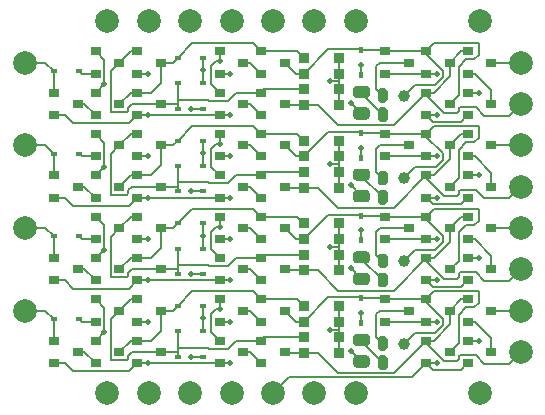
<source format=gtl>
G04 #@! TF.GenerationSoftware,KiCad,Pcbnew,(5.1.9)-1*
G04 #@! TF.CreationDate,2022-08-31T17:37:08+02:00*
G04 #@! TF.ProjectId,Edge_dff,45646765-5f64-4666-962e-6b696361645f,rev?*
G04 #@! TF.SameCoordinates,Original*
G04 #@! TF.FileFunction,Copper,L1,Top*
G04 #@! TF.FilePolarity,Positive*
%FSLAX46Y46*%
G04 Gerber Fmt 4.6, Leading zero omitted, Abs format (unit mm)*
G04 Created by KiCad (PCBNEW (5.1.9)-1) date 2022-08-31 17:37:08*
%MOMM*%
%LPD*%
G01*
G04 APERTURE LIST*
G04 #@! TA.AperFunction,SMDPad,CuDef*
%ADD10C,1.000000*%
G04 #@! TD*
G04 #@! TA.AperFunction,ComponentPad*
%ADD11C,2.000000*%
G04 #@! TD*
G04 #@! TA.AperFunction,SMDPad,CuDef*
%ADD12R,0.900000X0.900000*%
G04 #@! TD*
G04 #@! TA.AperFunction,SMDPad,CuDef*
%ADD13R,0.900000X0.800000*%
G04 #@! TD*
G04 #@! TA.AperFunction,SMDPad,CuDef*
%ADD14R,0.450000X0.600000*%
G04 #@! TD*
G04 #@! TA.AperFunction,SMDPad,CuDef*
%ADD15R,0.600000X0.450000*%
G04 #@! TD*
G04 #@! TA.AperFunction,ViaPad*
%ADD16C,0.500000*%
G04 #@! TD*
G04 #@! TA.AperFunction,Conductor*
%ADD17C,0.157000*%
G04 #@! TD*
G04 APERTURE END LIST*
D10*
G04 #@! TO.P,TP504,1*
G04 #@! TO.N,/three/Q0*
X144100000Y-93800000D03*
G04 #@! TD*
D11*
G04 #@! TO.P,TP503,1*
G04 #@! TO.N,/three/Q0'*
X154000000Y-94500000D03*
G04 #@! TD*
G04 #@! TO.P,TP502,1*
G04 #@! TO.N,/three/B0'*
X154000000Y-91000000D03*
G04 #@! TD*
G04 #@! TO.P,TP501,1*
G04 #@! TO.N,/three/B0*
X112000000Y-91000000D03*
G04 #@! TD*
D10*
G04 #@! TO.P,TP404,1*
G04 #@! TO.N,/two/Q0*
X144100000Y-100800000D03*
G04 #@! TD*
D11*
G04 #@! TO.P,TP403,1*
G04 #@! TO.N,/two/Q0'*
X154000000Y-101500000D03*
G04 #@! TD*
G04 #@! TO.P,TP402,1*
G04 #@! TO.N,/two/B0'*
X154000000Y-98000000D03*
G04 #@! TD*
G04 #@! TO.P,TP401,1*
G04 #@! TO.N,/two/B0*
X112000000Y-98000000D03*
G04 #@! TD*
D10*
G04 #@! TO.P,TP304,1*
G04 #@! TO.N,/one/Q0*
X144100000Y-107800000D03*
G04 #@! TD*
D11*
G04 #@! TO.P,TP303,1*
G04 #@! TO.N,/one/Q0'*
X154000000Y-108500000D03*
G04 #@! TD*
G04 #@! TO.P,TP302,1*
G04 #@! TO.N,/one/B0'*
X154000000Y-105000000D03*
G04 #@! TD*
G04 #@! TO.P,TP301,1*
G04 #@! TO.N,/one/B0*
X112000000Y-105000000D03*
G04 #@! TD*
D10*
G04 #@! TO.P,TP204,1*
G04 #@! TO.N,/zero/Q0*
X144100000Y-114800000D03*
G04 #@! TD*
D11*
G04 #@! TO.P,TP203,1*
G04 #@! TO.N,/zero/Q0'*
X154000000Y-115500000D03*
G04 #@! TD*
G04 #@! TO.P,TP202,1*
G04 #@! TO.N,/zero/B0'*
X154000000Y-112000000D03*
G04 #@! TD*
G04 #@! TO.P,TP201,1*
G04 #@! TO.N,/zero/B0*
X112000000Y-112000000D03*
G04 #@! TD*
D12*
G04 #@! TO.P,RN501,6*
G04 #@! TO.N,VCC*
X138600000Y-93260000D03*
G04 #@! TO.P,RN501,5*
X138600000Y-94600000D03*
G04 #@! TO.P,RN501,8*
X138600000Y-90600000D03*
G04 #@! TO.P,RN501,7*
X138600000Y-91940000D03*
G04 #@! TO.P,RN501,3*
G04 #@! TO.N,Net-(D503-Pad2)*
X135600000Y-93260000D03*
G04 #@! TO.P,RN501,2*
G04 #@! TO.N,/three/Q0*
X135600000Y-91940000D03*
G04 #@! TO.P,RN501,4*
G04 #@! TO.N,/three/Q0'*
X135600000Y-94600000D03*
G04 #@! TO.P,RN501,1*
G04 #@! TO.N,Net-(D502-Pad2)*
X135600000Y-90600000D03*
G04 #@! TD*
G04 #@! TO.P,RN401,6*
G04 #@! TO.N,VCC*
X138600000Y-100260000D03*
G04 #@! TO.P,RN401,5*
X138600000Y-101600000D03*
G04 #@! TO.P,RN401,8*
X138600000Y-97600000D03*
G04 #@! TO.P,RN401,7*
X138600000Y-98940000D03*
G04 #@! TO.P,RN401,3*
G04 #@! TO.N,Net-(D403-Pad2)*
X135600000Y-100260000D03*
G04 #@! TO.P,RN401,2*
G04 #@! TO.N,/two/Q0*
X135600000Y-98940000D03*
G04 #@! TO.P,RN401,4*
G04 #@! TO.N,/two/Q0'*
X135600000Y-101600000D03*
G04 #@! TO.P,RN401,1*
G04 #@! TO.N,Net-(D402-Pad2)*
X135600000Y-97600000D03*
G04 #@! TD*
G04 #@! TO.P,RN301,6*
G04 #@! TO.N,VCC*
X138600000Y-107260000D03*
G04 #@! TO.P,RN301,5*
X138600000Y-108600000D03*
G04 #@! TO.P,RN301,8*
X138600000Y-104600000D03*
G04 #@! TO.P,RN301,7*
X138600000Y-105940000D03*
G04 #@! TO.P,RN301,3*
G04 #@! TO.N,Net-(D303-Pad2)*
X135600000Y-107260000D03*
G04 #@! TO.P,RN301,2*
G04 #@! TO.N,/one/Q0*
X135600000Y-105940000D03*
G04 #@! TO.P,RN301,4*
G04 #@! TO.N,/one/Q0'*
X135600000Y-108600000D03*
G04 #@! TO.P,RN301,1*
G04 #@! TO.N,Net-(D302-Pad2)*
X135600000Y-104600000D03*
G04 #@! TD*
G04 #@! TO.P,RN201,6*
G04 #@! TO.N,VCC*
X138600000Y-114260000D03*
G04 #@! TO.P,RN201,5*
X138600000Y-115600000D03*
G04 #@! TO.P,RN201,8*
X138600000Y-111600000D03*
G04 #@! TO.P,RN201,7*
X138600000Y-112940000D03*
G04 #@! TO.P,RN201,3*
G04 #@! TO.N,Net-(D203-Pad2)*
X135600000Y-114260000D03*
G04 #@! TO.P,RN201,2*
G04 #@! TO.N,/zero/Q0*
X135600000Y-112940000D03*
G04 #@! TO.P,RN201,4*
G04 #@! TO.N,/zero/Q0'*
X135600000Y-115600000D03*
G04 #@! TO.P,RN201,1*
G04 #@! TO.N,Net-(D202-Pad2)*
X135600000Y-111600000D03*
G04 #@! TD*
G04 #@! TO.P,R501,2*
G04 #@! TO.N,Net-(D506-Pad2)*
G04 #@! TA.AperFunction,SMDPad,CuDef*
G36*
G01*
X140950002Y-94000000D02*
X140049998Y-94000000D01*
G75*
G02*
X139800000Y-93750002I0J249998D01*
G01*
X139800000Y-93224998D01*
G75*
G02*
X140049998Y-92975000I249998J0D01*
G01*
X140950002Y-92975000D01*
G75*
G02*
X141200000Y-93224998I0J-249998D01*
G01*
X141200000Y-93750002D01*
G75*
G02*
X140950002Y-94000000I-249998J0D01*
G01*
G37*
G04 #@! TD.AperFunction*
G04 #@! TO.P,R501,1*
G04 #@! TO.N,Vdrive*
G04 #@! TA.AperFunction,SMDPad,CuDef*
G36*
G01*
X140950002Y-95825000D02*
X140049998Y-95825000D01*
G75*
G02*
X139800000Y-95575002I0J249998D01*
G01*
X139800000Y-95049998D01*
G75*
G02*
X140049998Y-94800000I249998J0D01*
G01*
X140950002Y-94800000D01*
G75*
G02*
X141200000Y-95049998I0J-249998D01*
G01*
X141200000Y-95575002D01*
G75*
G02*
X140950002Y-95825000I-249998J0D01*
G01*
G37*
G04 #@! TD.AperFunction*
G04 #@! TD*
G04 #@! TO.P,R401,2*
G04 #@! TO.N,Net-(D406-Pad2)*
G04 #@! TA.AperFunction,SMDPad,CuDef*
G36*
G01*
X140950002Y-101000000D02*
X140049998Y-101000000D01*
G75*
G02*
X139800000Y-100750002I0J249998D01*
G01*
X139800000Y-100224998D01*
G75*
G02*
X140049998Y-99975000I249998J0D01*
G01*
X140950002Y-99975000D01*
G75*
G02*
X141200000Y-100224998I0J-249998D01*
G01*
X141200000Y-100750002D01*
G75*
G02*
X140950002Y-101000000I-249998J0D01*
G01*
G37*
G04 #@! TD.AperFunction*
G04 #@! TO.P,R401,1*
G04 #@! TO.N,Vdrive*
G04 #@! TA.AperFunction,SMDPad,CuDef*
G36*
G01*
X140950002Y-102825000D02*
X140049998Y-102825000D01*
G75*
G02*
X139800000Y-102575002I0J249998D01*
G01*
X139800000Y-102049998D01*
G75*
G02*
X140049998Y-101800000I249998J0D01*
G01*
X140950002Y-101800000D01*
G75*
G02*
X141200000Y-102049998I0J-249998D01*
G01*
X141200000Y-102575002D01*
G75*
G02*
X140950002Y-102825000I-249998J0D01*
G01*
G37*
G04 #@! TD.AperFunction*
G04 #@! TD*
G04 #@! TO.P,R301,2*
G04 #@! TO.N,Net-(D306-Pad2)*
G04 #@! TA.AperFunction,SMDPad,CuDef*
G36*
G01*
X140950002Y-108000000D02*
X140049998Y-108000000D01*
G75*
G02*
X139800000Y-107750002I0J249998D01*
G01*
X139800000Y-107224998D01*
G75*
G02*
X140049998Y-106975000I249998J0D01*
G01*
X140950002Y-106975000D01*
G75*
G02*
X141200000Y-107224998I0J-249998D01*
G01*
X141200000Y-107750002D01*
G75*
G02*
X140950002Y-108000000I-249998J0D01*
G01*
G37*
G04 #@! TD.AperFunction*
G04 #@! TO.P,R301,1*
G04 #@! TO.N,Vdrive*
G04 #@! TA.AperFunction,SMDPad,CuDef*
G36*
G01*
X140950002Y-109825000D02*
X140049998Y-109825000D01*
G75*
G02*
X139800000Y-109575002I0J249998D01*
G01*
X139800000Y-109049998D01*
G75*
G02*
X140049998Y-108800000I249998J0D01*
G01*
X140950002Y-108800000D01*
G75*
G02*
X141200000Y-109049998I0J-249998D01*
G01*
X141200000Y-109575002D01*
G75*
G02*
X140950002Y-109825000I-249998J0D01*
G01*
G37*
G04 #@! TD.AperFunction*
G04 #@! TD*
G04 #@! TO.P,R201,2*
G04 #@! TO.N,Net-(D206-Pad2)*
G04 #@! TA.AperFunction,SMDPad,CuDef*
G36*
G01*
X140950002Y-115000000D02*
X140049998Y-115000000D01*
G75*
G02*
X139800000Y-114750002I0J249998D01*
G01*
X139800000Y-114224998D01*
G75*
G02*
X140049998Y-113975000I249998J0D01*
G01*
X140950002Y-113975000D01*
G75*
G02*
X141200000Y-114224998I0J-249998D01*
G01*
X141200000Y-114750002D01*
G75*
G02*
X140950002Y-115000000I-249998J0D01*
G01*
G37*
G04 #@! TD.AperFunction*
G04 #@! TO.P,R201,1*
G04 #@! TO.N,Vdrive*
G04 #@! TA.AperFunction,SMDPad,CuDef*
G36*
G01*
X140950002Y-116825000D02*
X140049998Y-116825000D01*
G75*
G02*
X139800000Y-116575002I0J249998D01*
G01*
X139800000Y-116049998D01*
G75*
G02*
X140049998Y-115800000I249998J0D01*
G01*
X140950002Y-115800000D01*
G75*
G02*
X141200000Y-116049998I0J-249998D01*
G01*
X141200000Y-116575002D01*
G75*
G02*
X140950002Y-116825000I-249998J0D01*
G01*
G37*
G04 #@! TD.AperFunction*
G04 #@! TD*
D13*
G04 #@! TO.P,Q514,3*
G04 #@! TO.N,Net-(Q513-Pad2)*
X151500000Y-94500000D03*
G04 #@! TO.P,Q514,2*
G04 #@! TO.N,GND*
X149500000Y-95450000D03*
G04 #@! TO.P,Q514,1*
G04 #@! TO.N,~OE*
X149500000Y-93550000D03*
G04 #@! TD*
G04 #@! TO.P,Q513,3*
G04 #@! TO.N,/three/B0'*
X151500000Y-91000000D03*
G04 #@! TO.P,Q513,2*
G04 #@! TO.N,Net-(Q513-Pad2)*
X149500000Y-91950000D03*
G04 #@! TO.P,Q513,1*
G04 #@! TO.N,/three/Q0'*
X149500000Y-90050000D03*
G04 #@! TD*
G04 #@! TO.P,Q512,3*
G04 #@! TO.N,Net-(D506-Pad1)*
X144500000Y-91000000D03*
G04 #@! TO.P,Q512,2*
G04 #@! TO.N,GND*
X142500000Y-91950000D03*
G04 #@! TO.P,Q512,1*
G04 #@! TO.N,/three/Q0*
X142500000Y-90050000D03*
G04 #@! TD*
G04 #@! TO.P,Q511,3*
G04 #@! TO.N,/three/Q0*
X148000000Y-94500000D03*
G04 #@! TO.P,Q511,2*
G04 #@! TO.N,GND*
X146000000Y-95450000D03*
G04 #@! TO.P,Q511,1*
G04 #@! TO.N,/three/Q0'*
X146000000Y-93550000D03*
G04 #@! TD*
G04 #@! TO.P,Q510,3*
G04 #@! TO.N,/three/Q0'*
X148000000Y-91000000D03*
G04 #@! TO.P,Q510,2*
G04 #@! TO.N,GND*
X146000000Y-91950000D03*
G04 #@! TO.P,Q510,1*
G04 #@! TO.N,/three/Q0*
X146000000Y-90050000D03*
G04 #@! TD*
G04 #@! TO.P,Q509,3*
G04 #@! TO.N,Net-(Q508-Pad2)*
X130500000Y-91000000D03*
G04 #@! TO.P,Q509,2*
G04 #@! TO.N,GND*
X128500000Y-91950000D03*
G04 #@! TO.P,Q509,1*
G04 #@! TO.N,phi2*
X128500000Y-90050000D03*
G04 #@! TD*
G04 #@! TO.P,Q508,3*
G04 #@! TO.N,/three/Q0*
X134000000Y-91000000D03*
G04 #@! TO.P,Q508,2*
G04 #@! TO.N,Net-(Q508-Pad2)*
X132000000Y-91950000D03*
G04 #@! TO.P,Q508,1*
G04 #@! TO.N,Net-(D502-Pad2)*
X132000000Y-90050000D03*
G04 #@! TD*
G04 #@! TO.P,Q507,3*
G04 #@! TO.N,Net-(Q506-Pad2)*
X130500000Y-94500000D03*
G04 #@! TO.P,Q507,2*
G04 #@! TO.N,GND*
X128500000Y-95450000D03*
G04 #@! TO.P,Q507,1*
G04 #@! TO.N,phi2*
X128500000Y-93550000D03*
G04 #@! TD*
G04 #@! TO.P,Q506,3*
G04 #@! TO.N,/three/Q0'*
X134000000Y-94500000D03*
G04 #@! TO.P,Q506,2*
G04 #@! TO.N,Net-(Q506-Pad2)*
X132000000Y-95450000D03*
G04 #@! TO.P,Q506,1*
G04 #@! TO.N,Net-(D503-Pad2)*
X132000000Y-93550000D03*
G04 #@! TD*
G04 #@! TO.P,Q505,3*
G04 #@! TO.N,Net-(D503-Pad2)*
X123500000Y-94500000D03*
G04 #@! TO.P,Q505,2*
G04 #@! TO.N,GND*
X121500000Y-95450000D03*
G04 #@! TO.P,Q505,1*
G04 #@! TO.N,Net-(D502-Pad2)*
X121500000Y-93550000D03*
G04 #@! TD*
G04 #@! TO.P,Q504,3*
G04 #@! TO.N,Net-(D502-Pad2)*
X123500000Y-91000000D03*
G04 #@! TO.P,Q504,2*
G04 #@! TO.N,GND*
X121500000Y-91950000D03*
G04 #@! TO.P,Q504,1*
G04 #@! TO.N,Net-(D503-Pad2)*
X121500000Y-90050000D03*
G04 #@! TD*
G04 #@! TO.P,Q503,3*
G04 #@! TO.N,Net-(Q502-Pad2)*
X116500000Y-94500000D03*
G04 #@! TO.P,Q503,2*
G04 #@! TO.N,GND*
X114500000Y-95450000D03*
G04 #@! TO.P,Q503,1*
G04 #@! TO.N,/three/B0*
X114500000Y-93550000D03*
G04 #@! TD*
G04 #@! TO.P,Q502,3*
G04 #@! TO.N,Net-(D502-Pad2)*
X120000000Y-94500000D03*
G04 #@! TO.P,Q502,2*
G04 #@! TO.N,Net-(Q502-Pad2)*
X118000000Y-95450000D03*
G04 #@! TO.P,Q502,1*
G04 #@! TO.N,phi1*
X118000000Y-93550000D03*
G04 #@! TD*
G04 #@! TO.P,Q501,3*
G04 #@! TO.N,Net-(D503-Pad2)*
X120000000Y-91000000D03*
G04 #@! TO.P,Q501,2*
G04 #@! TO.N,Net-(D501-Pad2)*
X118000000Y-91950000D03*
G04 #@! TO.P,Q501,1*
G04 #@! TO.N,phi1*
X118000000Y-90050000D03*
G04 #@! TD*
G04 #@! TO.P,Q414,3*
G04 #@! TO.N,Net-(Q413-Pad2)*
X151500000Y-101500000D03*
G04 #@! TO.P,Q414,2*
G04 #@! TO.N,GND*
X149500000Y-102450000D03*
G04 #@! TO.P,Q414,1*
G04 #@! TO.N,~OE*
X149500000Y-100550000D03*
G04 #@! TD*
G04 #@! TO.P,Q413,3*
G04 #@! TO.N,/two/B0'*
X151500000Y-98000000D03*
G04 #@! TO.P,Q413,2*
G04 #@! TO.N,Net-(Q413-Pad2)*
X149500000Y-98950000D03*
G04 #@! TO.P,Q413,1*
G04 #@! TO.N,/two/Q0'*
X149500000Y-97050000D03*
G04 #@! TD*
G04 #@! TO.P,Q412,3*
G04 #@! TO.N,Net-(D406-Pad1)*
X144500000Y-98000000D03*
G04 #@! TO.P,Q412,2*
G04 #@! TO.N,GND*
X142500000Y-98950000D03*
G04 #@! TO.P,Q412,1*
G04 #@! TO.N,/two/Q0*
X142500000Y-97050000D03*
G04 #@! TD*
G04 #@! TO.P,Q411,3*
G04 #@! TO.N,/two/Q0*
X148000000Y-101500000D03*
G04 #@! TO.P,Q411,2*
G04 #@! TO.N,GND*
X146000000Y-102450000D03*
G04 #@! TO.P,Q411,1*
G04 #@! TO.N,/two/Q0'*
X146000000Y-100550000D03*
G04 #@! TD*
G04 #@! TO.P,Q410,3*
G04 #@! TO.N,/two/Q0'*
X148000000Y-98000000D03*
G04 #@! TO.P,Q410,2*
G04 #@! TO.N,GND*
X146000000Y-98950000D03*
G04 #@! TO.P,Q410,1*
G04 #@! TO.N,/two/Q0*
X146000000Y-97050000D03*
G04 #@! TD*
G04 #@! TO.P,Q409,3*
G04 #@! TO.N,Net-(Q408-Pad2)*
X130500000Y-98000000D03*
G04 #@! TO.P,Q409,2*
G04 #@! TO.N,GND*
X128500000Y-98950000D03*
G04 #@! TO.P,Q409,1*
G04 #@! TO.N,phi2*
X128500000Y-97050000D03*
G04 #@! TD*
G04 #@! TO.P,Q408,3*
G04 #@! TO.N,/two/Q0*
X134000000Y-98000000D03*
G04 #@! TO.P,Q408,2*
G04 #@! TO.N,Net-(Q408-Pad2)*
X132000000Y-98950000D03*
G04 #@! TO.P,Q408,1*
G04 #@! TO.N,Net-(D402-Pad2)*
X132000000Y-97050000D03*
G04 #@! TD*
G04 #@! TO.P,Q407,3*
G04 #@! TO.N,Net-(Q406-Pad2)*
X130500000Y-101500000D03*
G04 #@! TO.P,Q407,2*
G04 #@! TO.N,GND*
X128500000Y-102450000D03*
G04 #@! TO.P,Q407,1*
G04 #@! TO.N,phi2*
X128500000Y-100550000D03*
G04 #@! TD*
G04 #@! TO.P,Q406,3*
G04 #@! TO.N,/two/Q0'*
X134000000Y-101500000D03*
G04 #@! TO.P,Q406,2*
G04 #@! TO.N,Net-(Q406-Pad2)*
X132000000Y-102450000D03*
G04 #@! TO.P,Q406,1*
G04 #@! TO.N,Net-(D403-Pad2)*
X132000000Y-100550000D03*
G04 #@! TD*
G04 #@! TO.P,Q405,3*
G04 #@! TO.N,Net-(D403-Pad2)*
X123500000Y-101500000D03*
G04 #@! TO.P,Q405,2*
G04 #@! TO.N,GND*
X121500000Y-102450000D03*
G04 #@! TO.P,Q405,1*
G04 #@! TO.N,Net-(D402-Pad2)*
X121500000Y-100550000D03*
G04 #@! TD*
G04 #@! TO.P,Q404,3*
G04 #@! TO.N,Net-(D402-Pad2)*
X123500000Y-98000000D03*
G04 #@! TO.P,Q404,2*
G04 #@! TO.N,GND*
X121500000Y-98950000D03*
G04 #@! TO.P,Q404,1*
G04 #@! TO.N,Net-(D403-Pad2)*
X121500000Y-97050000D03*
G04 #@! TD*
G04 #@! TO.P,Q403,3*
G04 #@! TO.N,Net-(Q402-Pad2)*
X116500000Y-101500000D03*
G04 #@! TO.P,Q403,2*
G04 #@! TO.N,GND*
X114500000Y-102450000D03*
G04 #@! TO.P,Q403,1*
G04 #@! TO.N,/two/B0*
X114500000Y-100550000D03*
G04 #@! TD*
G04 #@! TO.P,Q402,3*
G04 #@! TO.N,Net-(D402-Pad2)*
X120000000Y-101500000D03*
G04 #@! TO.P,Q402,2*
G04 #@! TO.N,Net-(Q402-Pad2)*
X118000000Y-102450000D03*
G04 #@! TO.P,Q402,1*
G04 #@! TO.N,phi1*
X118000000Y-100550000D03*
G04 #@! TD*
G04 #@! TO.P,Q401,3*
G04 #@! TO.N,Net-(D403-Pad2)*
X120000000Y-98000000D03*
G04 #@! TO.P,Q401,2*
G04 #@! TO.N,Net-(D401-Pad2)*
X118000000Y-98950000D03*
G04 #@! TO.P,Q401,1*
G04 #@! TO.N,phi1*
X118000000Y-97050000D03*
G04 #@! TD*
G04 #@! TO.P,Q314,3*
G04 #@! TO.N,Net-(Q313-Pad2)*
X151500000Y-108500000D03*
G04 #@! TO.P,Q314,2*
G04 #@! TO.N,GND*
X149500000Y-109450000D03*
G04 #@! TO.P,Q314,1*
G04 #@! TO.N,~OE*
X149500000Y-107550000D03*
G04 #@! TD*
G04 #@! TO.P,Q313,3*
G04 #@! TO.N,/one/B0'*
X151500000Y-105000000D03*
G04 #@! TO.P,Q313,2*
G04 #@! TO.N,Net-(Q313-Pad2)*
X149500000Y-105950000D03*
G04 #@! TO.P,Q313,1*
G04 #@! TO.N,/one/Q0'*
X149500000Y-104050000D03*
G04 #@! TD*
G04 #@! TO.P,Q312,3*
G04 #@! TO.N,Net-(D306-Pad1)*
X144500000Y-105000000D03*
G04 #@! TO.P,Q312,2*
G04 #@! TO.N,GND*
X142500000Y-105950000D03*
G04 #@! TO.P,Q312,1*
G04 #@! TO.N,/one/Q0*
X142500000Y-104050000D03*
G04 #@! TD*
G04 #@! TO.P,Q311,3*
G04 #@! TO.N,/one/Q0*
X148000000Y-108500000D03*
G04 #@! TO.P,Q311,2*
G04 #@! TO.N,GND*
X146000000Y-109450000D03*
G04 #@! TO.P,Q311,1*
G04 #@! TO.N,/one/Q0'*
X146000000Y-107550000D03*
G04 #@! TD*
G04 #@! TO.P,Q310,3*
G04 #@! TO.N,/one/Q0'*
X148000000Y-105000000D03*
G04 #@! TO.P,Q310,2*
G04 #@! TO.N,GND*
X146000000Y-105950000D03*
G04 #@! TO.P,Q310,1*
G04 #@! TO.N,/one/Q0*
X146000000Y-104050000D03*
G04 #@! TD*
G04 #@! TO.P,Q309,3*
G04 #@! TO.N,Net-(Q308-Pad2)*
X130500000Y-105000000D03*
G04 #@! TO.P,Q309,2*
G04 #@! TO.N,GND*
X128500000Y-105950000D03*
G04 #@! TO.P,Q309,1*
G04 #@! TO.N,phi2*
X128500000Y-104050000D03*
G04 #@! TD*
G04 #@! TO.P,Q308,3*
G04 #@! TO.N,/one/Q0*
X134000000Y-105000000D03*
G04 #@! TO.P,Q308,2*
G04 #@! TO.N,Net-(Q308-Pad2)*
X132000000Y-105950000D03*
G04 #@! TO.P,Q308,1*
G04 #@! TO.N,Net-(D302-Pad2)*
X132000000Y-104050000D03*
G04 #@! TD*
G04 #@! TO.P,Q307,3*
G04 #@! TO.N,Net-(Q306-Pad2)*
X130500000Y-108500000D03*
G04 #@! TO.P,Q307,2*
G04 #@! TO.N,GND*
X128500000Y-109450000D03*
G04 #@! TO.P,Q307,1*
G04 #@! TO.N,phi2*
X128500000Y-107550000D03*
G04 #@! TD*
G04 #@! TO.P,Q306,3*
G04 #@! TO.N,/one/Q0'*
X134000000Y-108500000D03*
G04 #@! TO.P,Q306,2*
G04 #@! TO.N,Net-(Q306-Pad2)*
X132000000Y-109450000D03*
G04 #@! TO.P,Q306,1*
G04 #@! TO.N,Net-(D303-Pad2)*
X132000000Y-107550000D03*
G04 #@! TD*
G04 #@! TO.P,Q305,3*
G04 #@! TO.N,Net-(D303-Pad2)*
X123500000Y-108500000D03*
G04 #@! TO.P,Q305,2*
G04 #@! TO.N,GND*
X121500000Y-109450000D03*
G04 #@! TO.P,Q305,1*
G04 #@! TO.N,Net-(D302-Pad2)*
X121500000Y-107550000D03*
G04 #@! TD*
G04 #@! TO.P,Q304,3*
G04 #@! TO.N,Net-(D302-Pad2)*
X123500000Y-105000000D03*
G04 #@! TO.P,Q304,2*
G04 #@! TO.N,GND*
X121500000Y-105950000D03*
G04 #@! TO.P,Q304,1*
G04 #@! TO.N,Net-(D303-Pad2)*
X121500000Y-104050000D03*
G04 #@! TD*
G04 #@! TO.P,Q303,3*
G04 #@! TO.N,Net-(Q302-Pad2)*
X116500000Y-108500000D03*
G04 #@! TO.P,Q303,2*
G04 #@! TO.N,GND*
X114500000Y-109450000D03*
G04 #@! TO.P,Q303,1*
G04 #@! TO.N,/one/B0*
X114500000Y-107550000D03*
G04 #@! TD*
G04 #@! TO.P,Q302,3*
G04 #@! TO.N,Net-(D302-Pad2)*
X120000000Y-108500000D03*
G04 #@! TO.P,Q302,2*
G04 #@! TO.N,Net-(Q302-Pad2)*
X118000000Y-109450000D03*
G04 #@! TO.P,Q302,1*
G04 #@! TO.N,phi1*
X118000000Y-107550000D03*
G04 #@! TD*
G04 #@! TO.P,Q301,3*
G04 #@! TO.N,Net-(D303-Pad2)*
X120000000Y-105000000D03*
G04 #@! TO.P,Q301,2*
G04 #@! TO.N,Net-(D301-Pad2)*
X118000000Y-105950000D03*
G04 #@! TO.P,Q301,1*
G04 #@! TO.N,phi1*
X118000000Y-104050000D03*
G04 #@! TD*
G04 #@! TO.P,Q214,3*
G04 #@! TO.N,Net-(Q213-Pad2)*
X151500000Y-115500000D03*
G04 #@! TO.P,Q214,2*
G04 #@! TO.N,GND*
X149500000Y-116450000D03*
G04 #@! TO.P,Q214,1*
G04 #@! TO.N,~OE*
X149500000Y-114550000D03*
G04 #@! TD*
G04 #@! TO.P,Q213,3*
G04 #@! TO.N,/zero/B0'*
X151500000Y-112000000D03*
G04 #@! TO.P,Q213,2*
G04 #@! TO.N,Net-(Q213-Pad2)*
X149500000Y-112950000D03*
G04 #@! TO.P,Q213,1*
G04 #@! TO.N,/zero/Q0'*
X149500000Y-111050000D03*
G04 #@! TD*
G04 #@! TO.P,Q212,3*
G04 #@! TO.N,Net-(D206-Pad1)*
X144500000Y-112000000D03*
G04 #@! TO.P,Q212,2*
G04 #@! TO.N,GND*
X142500000Y-112950000D03*
G04 #@! TO.P,Q212,1*
G04 #@! TO.N,/zero/Q0*
X142500000Y-111050000D03*
G04 #@! TD*
G04 #@! TO.P,Q211,3*
G04 #@! TO.N,/zero/Q0*
X148000000Y-115500000D03*
G04 #@! TO.P,Q211,2*
G04 #@! TO.N,GND*
X146000000Y-116450000D03*
G04 #@! TO.P,Q211,1*
G04 #@! TO.N,/zero/Q0'*
X146000000Y-114550000D03*
G04 #@! TD*
G04 #@! TO.P,Q210,3*
G04 #@! TO.N,/zero/Q0'*
X148000000Y-112000000D03*
G04 #@! TO.P,Q210,2*
G04 #@! TO.N,GND*
X146000000Y-112950000D03*
G04 #@! TO.P,Q210,1*
G04 #@! TO.N,/zero/Q0*
X146000000Y-111050000D03*
G04 #@! TD*
G04 #@! TO.P,Q209,3*
G04 #@! TO.N,Net-(Q208-Pad2)*
X130500000Y-112000000D03*
G04 #@! TO.P,Q209,2*
G04 #@! TO.N,GND*
X128500000Y-112950000D03*
G04 #@! TO.P,Q209,1*
G04 #@! TO.N,phi2*
X128500000Y-111050000D03*
G04 #@! TD*
G04 #@! TO.P,Q208,3*
G04 #@! TO.N,/zero/Q0*
X134000000Y-112000000D03*
G04 #@! TO.P,Q208,2*
G04 #@! TO.N,Net-(Q208-Pad2)*
X132000000Y-112950000D03*
G04 #@! TO.P,Q208,1*
G04 #@! TO.N,Net-(D202-Pad2)*
X132000000Y-111050000D03*
G04 #@! TD*
G04 #@! TO.P,Q206,3*
G04 #@! TO.N,/zero/Q0'*
X134000000Y-115500000D03*
G04 #@! TO.P,Q206,2*
G04 #@! TO.N,Net-(Q206-Pad2)*
X132000000Y-116450000D03*
G04 #@! TO.P,Q206,1*
G04 #@! TO.N,Net-(D203-Pad2)*
X132000000Y-114550000D03*
G04 #@! TD*
G04 #@! TO.P,Q205,3*
G04 #@! TO.N,Net-(D203-Pad2)*
X123500000Y-115500000D03*
G04 #@! TO.P,Q205,2*
G04 #@! TO.N,GND*
X121500000Y-116450000D03*
G04 #@! TO.P,Q205,1*
G04 #@! TO.N,Net-(D202-Pad2)*
X121500000Y-114550000D03*
G04 #@! TD*
G04 #@! TO.P,Q204,3*
G04 #@! TO.N,Net-(D202-Pad2)*
X123500000Y-112000000D03*
G04 #@! TO.P,Q204,2*
G04 #@! TO.N,GND*
X121500000Y-112950000D03*
G04 #@! TO.P,Q204,1*
G04 #@! TO.N,Net-(D203-Pad2)*
X121500000Y-111050000D03*
G04 #@! TD*
G04 #@! TO.P,Q203,3*
G04 #@! TO.N,Net-(Q202-Pad2)*
X116500000Y-115500000D03*
G04 #@! TO.P,Q203,2*
G04 #@! TO.N,GND*
X114500000Y-116450000D03*
G04 #@! TO.P,Q203,1*
G04 #@! TO.N,/zero/B0*
X114500000Y-114550000D03*
G04 #@! TD*
G04 #@! TO.P,Q202,3*
G04 #@! TO.N,Net-(D202-Pad2)*
X120000000Y-115500000D03*
G04 #@! TO.P,Q202,2*
G04 #@! TO.N,Net-(Q202-Pad2)*
X118000000Y-116450000D03*
G04 #@! TO.P,Q202,1*
G04 #@! TO.N,phi1*
X118000000Y-114550000D03*
G04 #@! TD*
G04 #@! TO.P,Q201,3*
G04 #@! TO.N,Net-(D203-Pad2)*
X120000000Y-112000000D03*
G04 #@! TO.P,Q201,2*
G04 #@! TO.N,Net-(D201-Pad2)*
X118000000Y-112950000D03*
G04 #@! TO.P,Q201,1*
G04 #@! TO.N,phi1*
X118000000Y-111050000D03*
G04 #@! TD*
G04 #@! TO.P,D506,2*
G04 #@! TO.N,Net-(D506-Pad2)*
G04 #@! TA.AperFunction,SMDPad,CuDef*
G36*
G01*
X142087500Y-94800000D02*
X142512500Y-94800000D01*
G75*
G02*
X142725000Y-95012500I0J-212500D01*
G01*
X142725000Y-95812500D01*
G75*
G02*
X142512500Y-96025000I-212500J0D01*
G01*
X142087500Y-96025000D01*
G75*
G02*
X141875000Y-95812500I0J212500D01*
G01*
X141875000Y-95012500D01*
G75*
G02*
X142087500Y-94800000I212500J0D01*
G01*
G37*
G04 #@! TD.AperFunction*
G04 #@! TO.P,D506,1*
G04 #@! TO.N,Net-(D506-Pad1)*
G04 #@! TA.AperFunction,SMDPad,CuDef*
G36*
G01*
X142087500Y-93175000D02*
X142512500Y-93175000D01*
G75*
G02*
X142725000Y-93387500I0J-212500D01*
G01*
X142725000Y-94187500D01*
G75*
G02*
X142512500Y-94400000I-212500J0D01*
G01*
X142087500Y-94400000D01*
G75*
G02*
X141875000Y-94187500I0J212500D01*
G01*
X141875000Y-93387500D01*
G75*
G02*
X142087500Y-93175000I212500J0D01*
G01*
G37*
G04 #@! TD.AperFunction*
G04 #@! TD*
D14*
G04 #@! TO.P,D505,2*
G04 #@! TO.N,/three/Q0*
X140500000Y-89950000D03*
G04 #@! TO.P,D505,1*
G04 #@! TO.N,~reset*
X140500000Y-92050000D03*
G04 #@! TD*
D15*
G04 #@! TO.P,D504,2*
G04 #@! TO.N,Net-(D503-Pad2)*
X124950000Y-94900000D03*
G04 #@! TO.P,D504,1*
G04 #@! TO.N,~reset*
X127050000Y-94900000D03*
G04 #@! TD*
G04 #@! TO.P,D503,2*
G04 #@! TO.N,Net-(D503-Pad2)*
X124950000Y-92750000D03*
G04 #@! TO.P,D503,1*
G04 #@! TO.N,E*
X127050000Y-92750000D03*
G04 #@! TD*
G04 #@! TO.P,D502,2*
G04 #@! TO.N,Net-(D502-Pad2)*
X125000000Y-90600000D03*
G04 #@! TO.P,D502,1*
G04 #@! TO.N,E*
X127100000Y-90600000D03*
G04 #@! TD*
G04 #@! TO.P,D501,2*
G04 #@! TO.N,Net-(D501-Pad2)*
X116550000Y-91700000D03*
G04 #@! TO.P,D501,1*
G04 #@! TO.N,/three/B0*
X114450000Y-91700000D03*
G04 #@! TD*
G04 #@! TO.P,D406,2*
G04 #@! TO.N,Net-(D406-Pad2)*
G04 #@! TA.AperFunction,SMDPad,CuDef*
G36*
G01*
X142087500Y-101800000D02*
X142512500Y-101800000D01*
G75*
G02*
X142725000Y-102012500I0J-212500D01*
G01*
X142725000Y-102812500D01*
G75*
G02*
X142512500Y-103025000I-212500J0D01*
G01*
X142087500Y-103025000D01*
G75*
G02*
X141875000Y-102812500I0J212500D01*
G01*
X141875000Y-102012500D01*
G75*
G02*
X142087500Y-101800000I212500J0D01*
G01*
G37*
G04 #@! TD.AperFunction*
G04 #@! TO.P,D406,1*
G04 #@! TO.N,Net-(D406-Pad1)*
G04 #@! TA.AperFunction,SMDPad,CuDef*
G36*
G01*
X142087500Y-100175000D02*
X142512500Y-100175000D01*
G75*
G02*
X142725000Y-100387500I0J-212500D01*
G01*
X142725000Y-101187500D01*
G75*
G02*
X142512500Y-101400000I-212500J0D01*
G01*
X142087500Y-101400000D01*
G75*
G02*
X141875000Y-101187500I0J212500D01*
G01*
X141875000Y-100387500D01*
G75*
G02*
X142087500Y-100175000I212500J0D01*
G01*
G37*
G04 #@! TD.AperFunction*
G04 #@! TD*
D14*
G04 #@! TO.P,D405,2*
G04 #@! TO.N,/two/Q0*
X140500000Y-96950000D03*
G04 #@! TO.P,D405,1*
G04 #@! TO.N,~reset*
X140500000Y-99050000D03*
G04 #@! TD*
D15*
G04 #@! TO.P,D404,2*
G04 #@! TO.N,Net-(D403-Pad2)*
X124950000Y-101900000D03*
G04 #@! TO.P,D404,1*
G04 #@! TO.N,~reset*
X127050000Y-101900000D03*
G04 #@! TD*
G04 #@! TO.P,D403,2*
G04 #@! TO.N,Net-(D403-Pad2)*
X124950000Y-99750000D03*
G04 #@! TO.P,D403,1*
G04 #@! TO.N,E*
X127050000Y-99750000D03*
G04 #@! TD*
G04 #@! TO.P,D402,2*
G04 #@! TO.N,Net-(D402-Pad2)*
X125000000Y-97600000D03*
G04 #@! TO.P,D402,1*
G04 #@! TO.N,E*
X127100000Y-97600000D03*
G04 #@! TD*
G04 #@! TO.P,D401,2*
G04 #@! TO.N,Net-(D401-Pad2)*
X116550000Y-98700000D03*
G04 #@! TO.P,D401,1*
G04 #@! TO.N,/two/B0*
X114450000Y-98700000D03*
G04 #@! TD*
G04 #@! TO.P,D306,2*
G04 #@! TO.N,Net-(D306-Pad2)*
G04 #@! TA.AperFunction,SMDPad,CuDef*
G36*
G01*
X142087500Y-108800000D02*
X142512500Y-108800000D01*
G75*
G02*
X142725000Y-109012500I0J-212500D01*
G01*
X142725000Y-109812500D01*
G75*
G02*
X142512500Y-110025000I-212500J0D01*
G01*
X142087500Y-110025000D01*
G75*
G02*
X141875000Y-109812500I0J212500D01*
G01*
X141875000Y-109012500D01*
G75*
G02*
X142087500Y-108800000I212500J0D01*
G01*
G37*
G04 #@! TD.AperFunction*
G04 #@! TO.P,D306,1*
G04 #@! TO.N,Net-(D306-Pad1)*
G04 #@! TA.AperFunction,SMDPad,CuDef*
G36*
G01*
X142087500Y-107175000D02*
X142512500Y-107175000D01*
G75*
G02*
X142725000Y-107387500I0J-212500D01*
G01*
X142725000Y-108187500D01*
G75*
G02*
X142512500Y-108400000I-212500J0D01*
G01*
X142087500Y-108400000D01*
G75*
G02*
X141875000Y-108187500I0J212500D01*
G01*
X141875000Y-107387500D01*
G75*
G02*
X142087500Y-107175000I212500J0D01*
G01*
G37*
G04 #@! TD.AperFunction*
G04 #@! TD*
D14*
G04 #@! TO.P,D305,2*
G04 #@! TO.N,/one/Q0*
X140500000Y-103950000D03*
G04 #@! TO.P,D305,1*
G04 #@! TO.N,~reset*
X140500000Y-106050000D03*
G04 #@! TD*
D15*
G04 #@! TO.P,D304,2*
G04 #@! TO.N,Net-(D303-Pad2)*
X124950000Y-108900000D03*
G04 #@! TO.P,D304,1*
G04 #@! TO.N,~reset*
X127050000Y-108900000D03*
G04 #@! TD*
G04 #@! TO.P,D303,2*
G04 #@! TO.N,Net-(D303-Pad2)*
X124950000Y-106750000D03*
G04 #@! TO.P,D303,1*
G04 #@! TO.N,E*
X127050000Y-106750000D03*
G04 #@! TD*
G04 #@! TO.P,D302,2*
G04 #@! TO.N,Net-(D302-Pad2)*
X125000000Y-104600000D03*
G04 #@! TO.P,D302,1*
G04 #@! TO.N,E*
X127100000Y-104600000D03*
G04 #@! TD*
G04 #@! TO.P,D301,2*
G04 #@! TO.N,Net-(D301-Pad2)*
X116550000Y-105700000D03*
G04 #@! TO.P,D301,1*
G04 #@! TO.N,/one/B0*
X114450000Y-105700000D03*
G04 #@! TD*
G04 #@! TO.P,D206,2*
G04 #@! TO.N,Net-(D206-Pad2)*
G04 #@! TA.AperFunction,SMDPad,CuDef*
G36*
G01*
X142087500Y-115800000D02*
X142512500Y-115800000D01*
G75*
G02*
X142725000Y-116012500I0J-212500D01*
G01*
X142725000Y-116812500D01*
G75*
G02*
X142512500Y-117025000I-212500J0D01*
G01*
X142087500Y-117025000D01*
G75*
G02*
X141875000Y-116812500I0J212500D01*
G01*
X141875000Y-116012500D01*
G75*
G02*
X142087500Y-115800000I212500J0D01*
G01*
G37*
G04 #@! TD.AperFunction*
G04 #@! TO.P,D206,1*
G04 #@! TO.N,Net-(D206-Pad1)*
G04 #@! TA.AperFunction,SMDPad,CuDef*
G36*
G01*
X142087500Y-114175000D02*
X142512500Y-114175000D01*
G75*
G02*
X142725000Y-114387500I0J-212500D01*
G01*
X142725000Y-115187500D01*
G75*
G02*
X142512500Y-115400000I-212500J0D01*
G01*
X142087500Y-115400000D01*
G75*
G02*
X141875000Y-115187500I0J212500D01*
G01*
X141875000Y-114387500D01*
G75*
G02*
X142087500Y-114175000I212500J0D01*
G01*
G37*
G04 #@! TD.AperFunction*
G04 #@! TD*
D14*
G04 #@! TO.P,D205,2*
G04 #@! TO.N,/zero/Q0*
X140500000Y-110950000D03*
G04 #@! TO.P,D205,1*
G04 #@! TO.N,~reset*
X140500000Y-113050000D03*
G04 #@! TD*
D15*
G04 #@! TO.P,D204,2*
G04 #@! TO.N,Net-(D203-Pad2)*
X124950000Y-115900000D03*
G04 #@! TO.P,D204,1*
G04 #@! TO.N,~reset*
X127050000Y-115900000D03*
G04 #@! TD*
G04 #@! TO.P,D203,2*
G04 #@! TO.N,Net-(D203-Pad2)*
X124950000Y-113750000D03*
G04 #@! TO.P,D203,1*
G04 #@! TO.N,E*
X127050000Y-113750000D03*
G04 #@! TD*
G04 #@! TO.P,D202,2*
G04 #@! TO.N,Net-(D202-Pad2)*
X125000000Y-111600000D03*
G04 #@! TO.P,D202,1*
G04 #@! TO.N,E*
X127100000Y-111600000D03*
G04 #@! TD*
G04 #@! TO.P,D201,2*
G04 #@! TO.N,Net-(D201-Pad2)*
X116550000Y-112700000D03*
G04 #@! TO.P,D201,1*
G04 #@! TO.N,/zero/B0*
X114450000Y-112700000D03*
G04 #@! TD*
D13*
G04 #@! TO.P,Q207,3*
G04 #@! TO.N,Net-(Q206-Pad2)*
X130500000Y-115500000D03*
G04 #@! TO.P,Q207,2*
G04 #@! TO.N,GND*
X128500000Y-116450000D03*
G04 #@! TO.P,Q207,1*
G04 #@! TO.N,phi2*
X128500000Y-114550000D03*
G04 #@! TD*
D11*
G04 #@! TO.P,TP120,1*
G04 #@! TO.N,GND*
X133000000Y-87500000D03*
G04 #@! TD*
G04 #@! TO.P,TP110,1*
G04 #@! TO.N,GND*
X133000000Y-119000000D03*
G04 #@! TD*
G04 #@! TO.P,TP118,1*
G04 #@! TO.N,VCC*
X136500000Y-87500000D03*
G04 #@! TD*
G04 #@! TO.P,TP117,1*
G04 #@! TO.N,Vdrive*
X140000000Y-87500000D03*
G04 #@! TD*
G04 #@! TO.P,TP116,1*
G04 #@! TO.N,E*
X126000000Y-87500000D03*
G04 #@! TD*
G04 #@! TO.P,TP115,1*
G04 #@! TO.N,~reset*
X122500000Y-87500000D03*
G04 #@! TD*
G04 #@! TO.P,TP114,1*
G04 #@! TO.N,phi1*
X119000000Y-87500000D03*
G04 #@! TD*
G04 #@! TO.P,TP113,1*
G04 #@! TO.N,phi2*
X129500000Y-87500000D03*
G04 #@! TD*
G04 #@! TO.P,TP112,1*
G04 #@! TO.N,~OE*
X150500000Y-87500000D03*
G04 #@! TD*
G04 #@! TO.P,TP108,1*
G04 #@! TO.N,VCC*
X136500000Y-119000000D03*
G04 #@! TD*
G04 #@! TO.P,TP107,1*
G04 #@! TO.N,Vdrive*
X140000000Y-119000000D03*
G04 #@! TD*
G04 #@! TO.P,TP106,1*
G04 #@! TO.N,E*
X126000000Y-119000000D03*
G04 #@! TD*
G04 #@! TO.P,TP105,1*
G04 #@! TO.N,~reset*
X122500000Y-119000000D03*
G04 #@! TD*
G04 #@! TO.P,TP104,1*
G04 #@! TO.N,phi1*
X119000000Y-119000000D03*
G04 #@! TD*
G04 #@! TO.P,TP103,1*
G04 #@! TO.N,phi2*
X129500000Y-119000000D03*
G04 #@! TD*
G04 #@! TO.P,TP102,1*
G04 #@! TO.N,~OE*
X150500000Y-119000000D03*
G04 #@! TD*
D16*
G04 #@! TO.N,Vdrive*
X139600000Y-108400000D03*
X139600000Y-101400000D03*
X139600000Y-94400000D03*
X139600000Y-115400000D03*
G04 #@! TO.N,GND*
X122400000Y-109450000D03*
X122400000Y-105950000D03*
X129400000Y-109450000D03*
X129400000Y-105950000D03*
X146900000Y-105950000D03*
X146900000Y-109450000D03*
X122400000Y-102450000D03*
X122400000Y-98950000D03*
X129400000Y-102450000D03*
X129400000Y-98950000D03*
X146900000Y-98950000D03*
X146900000Y-102450000D03*
X122400000Y-95450000D03*
X122400000Y-91950000D03*
X129400000Y-95450000D03*
X129400000Y-91950000D03*
X146900000Y-91950000D03*
X146900000Y-95450000D03*
X146900000Y-116450000D03*
X146900000Y-112950000D03*
X129400000Y-112950000D03*
X129400000Y-116450000D03*
X122400000Y-116450000D03*
X122400000Y-112950000D03*
G04 #@! TO.N,VCC*
X137800000Y-106600000D03*
X137800000Y-99600000D03*
X137800000Y-92600000D03*
X137800000Y-113600000D03*
G04 #@! TO.N,E*
X127050000Y-105650000D03*
X127050000Y-98650000D03*
X127050000Y-91650000D03*
X127050000Y-112650000D03*
G04 #@! TO.N,~reset*
X140500000Y-105200000D03*
X126100000Y-108900000D03*
X140500000Y-98200000D03*
X126100000Y-101900000D03*
X140500000Y-91200000D03*
X126100000Y-94900000D03*
X140500000Y-112200000D03*
X126100000Y-115900000D03*
G04 #@! TO.N,phi1*
X118742999Y-106850000D03*
X118742999Y-99850000D03*
X118742999Y-92850000D03*
X118742999Y-113850000D03*
G04 #@! TO.N,phi2*
X128500000Y-104900000D03*
X128500000Y-97900000D03*
X128500000Y-90900000D03*
X128500000Y-111900000D03*
G04 #@! TO.N,~OE*
X150450000Y-107550000D03*
X150450000Y-100550000D03*
X150450000Y-93550000D03*
X150450000Y-114550000D03*
G04 #@! TD*
D17*
G04 #@! TO.N,Vdrive*
X140500000Y-109300000D02*
X139600000Y-108400000D01*
X140500000Y-109312500D02*
X140500000Y-109300000D01*
X140500000Y-102300000D02*
X139600000Y-101400000D01*
X140500000Y-102312500D02*
X140500000Y-102300000D01*
X140500000Y-95300000D02*
X139600000Y-94400000D01*
X140500000Y-95312500D02*
X140500000Y-95300000D01*
X140500000Y-116300000D02*
X139600000Y-115400000D01*
X140500000Y-116312500D02*
X140500000Y-116300000D01*
G04 #@! TO.N,GND*
X148900000Y-117000000D02*
X146550000Y-117000000D01*
X149450000Y-116450000D02*
X148900000Y-117000000D01*
X146550000Y-117000000D02*
X146000000Y-116450000D01*
X148900000Y-110000000D02*
X146550000Y-110000000D01*
X149450000Y-109450000D02*
X148900000Y-110000000D01*
X146550000Y-110000000D02*
X146000000Y-109450000D01*
X148900000Y-103000000D02*
X146550000Y-103000000D01*
X149450000Y-102450000D02*
X148900000Y-103000000D01*
X146550000Y-103000000D02*
X146000000Y-102450000D01*
X121500000Y-109450000D02*
X122400000Y-109450000D01*
X128500000Y-109450000D02*
X129400000Y-109450000D01*
X121500000Y-105950000D02*
X122400000Y-105950000D01*
X114500000Y-109450000D02*
X115400000Y-109450000D01*
X142500000Y-105950000D02*
X143400000Y-105950000D01*
X128500000Y-105950000D02*
X129400000Y-105950000D01*
X146000000Y-105950000D02*
X146900000Y-105950000D01*
X146000000Y-109450000D02*
X146900000Y-109450000D01*
X146000000Y-105950000D02*
X143400000Y-105950000D01*
X128500000Y-109450000D02*
X122400000Y-109450000D01*
X116078501Y-110128501D02*
X115400000Y-109450000D01*
X120821499Y-110128501D02*
X116078501Y-110128501D01*
X121500000Y-109450000D02*
X120821499Y-110128501D01*
X121500000Y-102450000D02*
X122400000Y-102450000D01*
X128500000Y-102450000D02*
X129400000Y-102450000D01*
X121500000Y-98950000D02*
X122400000Y-98950000D01*
X114500000Y-102450000D02*
X115400000Y-102450000D01*
X142500000Y-98950000D02*
X143400000Y-98950000D01*
X128500000Y-98950000D02*
X129400000Y-98950000D01*
X146000000Y-98950000D02*
X146900000Y-98950000D01*
X146000000Y-102450000D02*
X146900000Y-102450000D01*
X146000000Y-98950000D02*
X143400000Y-98950000D01*
X128500000Y-102450000D02*
X122400000Y-102450000D01*
X116078501Y-103128501D02*
X115400000Y-102450000D01*
X120821499Y-103128501D02*
X116078501Y-103128501D01*
X121500000Y-102450000D02*
X120821499Y-103128501D01*
X121500000Y-95450000D02*
X122400000Y-95450000D01*
X128500000Y-95450000D02*
X129400000Y-95450000D01*
X121500000Y-91950000D02*
X122400000Y-91950000D01*
X114500000Y-95450000D02*
X115400000Y-95450000D01*
X142500000Y-91950000D02*
X143400000Y-91950000D01*
X128500000Y-91950000D02*
X129400000Y-91950000D01*
X146000000Y-91950000D02*
X146900000Y-91950000D01*
X146000000Y-95450000D02*
X146900000Y-95450000D01*
X146000000Y-91950000D02*
X143400000Y-91950000D01*
X128500000Y-95450000D02*
X122400000Y-95450000D01*
X116078501Y-96128501D02*
X115400000Y-95450000D01*
X120821499Y-96128501D02*
X116078501Y-96128501D01*
X121500000Y-95450000D02*
X120821499Y-96128501D01*
X146000000Y-116450000D02*
X146900000Y-116450000D01*
X146000000Y-112950000D02*
X146900000Y-112950000D01*
X142500000Y-112950000D02*
X143400000Y-112950000D01*
X128500000Y-112950000D02*
X129400000Y-112950000D01*
X128500000Y-116450000D02*
X129400000Y-116450000D01*
X114500000Y-116450000D02*
X115400000Y-116450000D01*
X121500000Y-116450000D02*
X122400000Y-116450000D01*
X121500000Y-112950000D02*
X122400000Y-112950000D01*
X128500000Y-116450000D02*
X122400000Y-116450000D01*
X116078501Y-117128501D02*
X115400000Y-116450000D01*
X120821499Y-117128501D02*
X116078501Y-117128501D01*
X121500000Y-116450000D02*
X120821499Y-117128501D01*
X146000000Y-112950000D02*
X143400000Y-112950000D01*
X144789480Y-117660520D02*
X146000000Y-116450000D01*
X134339480Y-117660520D02*
X144789480Y-117660520D01*
X133000000Y-119000000D02*
X134339480Y-117660520D01*
X149500000Y-95450000D02*
X149450000Y-95450000D01*
X149450000Y-95450000D02*
X148900000Y-96000000D01*
X146550000Y-96000000D02*
X146000000Y-95450000D01*
X148900000Y-96000000D02*
X146550000Y-96000000D01*
G04 #@! TO.N,VCC*
X138500000Y-106600000D02*
X138600000Y-106500000D01*
X137800000Y-106600000D02*
X138500000Y-106600000D01*
X138600000Y-106500000D02*
X138600000Y-108600000D01*
X138600000Y-104600000D02*
X138600000Y-106500000D01*
X138500000Y-99600000D02*
X138600000Y-99500000D01*
X137800000Y-99600000D02*
X138500000Y-99600000D01*
X138600000Y-99500000D02*
X138600000Y-101600000D01*
X138600000Y-97600000D02*
X138600000Y-99500000D01*
X138500000Y-92600000D02*
X138600000Y-92500000D01*
X137800000Y-92600000D02*
X138500000Y-92600000D01*
X138600000Y-92500000D02*
X138600000Y-94600000D01*
X138600000Y-90600000D02*
X138600000Y-92500000D01*
X138500000Y-113600000D02*
X138600000Y-113500000D01*
X137800000Y-113600000D02*
X138500000Y-113600000D01*
X138600000Y-113500000D02*
X138600000Y-115600000D01*
X138600000Y-111600000D02*
X138600000Y-113500000D01*
G04 #@! TO.N,E*
X127050000Y-105650000D02*
X127050000Y-104600000D01*
X127050000Y-106750000D02*
X127050000Y-105650000D01*
X127050000Y-98650000D02*
X127050000Y-97600000D01*
X127050000Y-99750000D02*
X127050000Y-98650000D01*
X127050000Y-91650000D02*
X127050000Y-90600000D01*
X127050000Y-92750000D02*
X127050000Y-91650000D01*
X127050000Y-112650000D02*
X127050000Y-111600000D01*
X127050000Y-113750000D02*
X127050000Y-112650000D01*
G04 #@! TO.N,~reset*
X140500000Y-105200000D02*
X140500000Y-106050000D01*
X127050000Y-108900000D02*
X126100000Y-108900000D01*
X140500000Y-98200000D02*
X140500000Y-99050000D01*
X127050000Y-101900000D02*
X126100000Y-101900000D01*
X140500000Y-91200000D02*
X140500000Y-92050000D01*
X127050000Y-94900000D02*
X126100000Y-94900000D01*
X140500000Y-112200000D02*
X140500000Y-113050000D01*
X127050000Y-115900000D02*
X126100000Y-115900000D01*
G04 #@! TO.N,phi1*
X118000000Y-104050000D02*
X118728501Y-104778501D01*
X118000000Y-107550000D02*
X118042999Y-107550000D01*
X118042999Y-107550000D02*
X118742999Y-106850000D01*
X118742999Y-104792999D02*
X118000000Y-104050000D01*
X118742999Y-106850000D02*
X118742999Y-104792999D01*
X118000000Y-97050000D02*
X118728501Y-97778501D01*
X118000000Y-100550000D02*
X118042999Y-100550000D01*
X118042999Y-100550000D02*
X118742999Y-99850000D01*
X118742999Y-97792999D02*
X118000000Y-97050000D01*
X118742999Y-99850000D02*
X118742999Y-97792999D01*
X118000000Y-90050000D02*
X118728501Y-90778501D01*
X118000000Y-93550000D02*
X118042999Y-93550000D01*
X118042999Y-93550000D02*
X118742999Y-92850000D01*
X118742999Y-90792999D02*
X118000000Y-90050000D01*
X118742999Y-92850000D02*
X118742999Y-90792999D01*
X118000000Y-111050000D02*
X118728501Y-111778501D01*
X118042999Y-114550000D02*
X118742999Y-113850000D01*
X118000000Y-114550000D02*
X118042999Y-114550000D01*
X118742999Y-111792999D02*
X118000000Y-111050000D01*
X118742999Y-113850000D02*
X118742999Y-111792999D01*
G04 #@! TO.N,phi2*
X128450000Y-107600000D02*
X128500000Y-107550000D01*
X127771499Y-106821499D02*
X127771499Y-105327199D01*
X128500000Y-107550000D02*
X127771499Y-106821499D01*
X127771499Y-105327199D02*
X128198698Y-104900000D01*
X128198698Y-104900000D02*
X128500000Y-104900000D01*
X128500000Y-104900000D02*
X128500000Y-104050000D01*
X128450000Y-100600000D02*
X128500000Y-100550000D01*
X127771499Y-99821499D02*
X127771499Y-98327199D01*
X128500000Y-100550000D02*
X127771499Y-99821499D01*
X127771499Y-98327199D02*
X128198698Y-97900000D01*
X128198698Y-97900000D02*
X128500000Y-97900000D01*
X128500000Y-97900000D02*
X128500000Y-97050000D01*
X128450000Y-93600000D02*
X128500000Y-93550000D01*
X127771499Y-92821499D02*
X127771499Y-91327199D01*
X128500000Y-93550000D02*
X127771499Y-92821499D01*
X127771499Y-91327199D02*
X128198698Y-90900000D01*
X128198698Y-90900000D02*
X128500000Y-90900000D01*
X128500000Y-90900000D02*
X128500000Y-90050000D01*
X127771499Y-112327199D02*
X128198698Y-111900000D01*
X128198698Y-111900000D02*
X128500000Y-111900000D01*
X127771499Y-113821499D02*
X127771499Y-112327199D01*
X128500000Y-114550000D02*
X127771499Y-113821499D01*
X128500000Y-111900000D02*
X128500000Y-111050000D01*
X128450000Y-114600000D02*
X128500000Y-114550000D01*
G04 #@! TO.N,~OE*
X149550000Y-107550000D02*
X150450000Y-107550000D01*
X149550000Y-100550000D02*
X150450000Y-100550000D01*
X149550000Y-93550000D02*
X150450000Y-93550000D01*
X149550000Y-114550000D02*
X150450000Y-114550000D01*
G04 #@! TO.N,/zero/B0*
X114500000Y-112750000D02*
X114450000Y-112700000D01*
X114500000Y-114550000D02*
X114500000Y-112750000D01*
X113750000Y-112000000D02*
X114450000Y-112700000D01*
X112000000Y-112000000D02*
X113750000Y-112000000D01*
G04 #@! TO.N,/zero/Q0*
X134940000Y-112940000D02*
X134000000Y-112000000D01*
X135600000Y-112940000D02*
X134940000Y-112940000D01*
X140421499Y-110871499D02*
X140500000Y-110950000D01*
X137668501Y-110871499D02*
X140421499Y-110871499D01*
X135600000Y-112940000D02*
X137668501Y-110871499D01*
X142400000Y-110950000D02*
X142500000Y-111050000D01*
X140500000Y-110950000D02*
X142400000Y-110950000D01*
X146000000Y-111050000D02*
X142500000Y-111050000D01*
X146678501Y-110371499D02*
X146000000Y-111050000D01*
X150071499Y-111728501D02*
X150420197Y-111379803D01*
X149370197Y-111728501D02*
X150071499Y-111728501D01*
X148728501Y-112370197D02*
X149370197Y-111728501D01*
X148728501Y-114771499D02*
X148728501Y-112370197D01*
X148000000Y-115500000D02*
X148728501Y-114771499D01*
X150420197Y-111379803D02*
X150420197Y-110618895D01*
X150172801Y-110371499D02*
X146678501Y-110371499D01*
X150420197Y-110420197D02*
X150371499Y-110371499D01*
X150420197Y-110618895D02*
X150420197Y-110420197D01*
X150371499Y-110371499D02*
X150172801Y-110371499D01*
X146000000Y-111267818D02*
X146000000Y-111050000D01*
X147428501Y-112696319D02*
X146000000Y-111267818D01*
X147428501Y-113203681D02*
X147428501Y-112696319D01*
X146760683Y-113871499D02*
X147428501Y-113203681D01*
X145028501Y-113871499D02*
X146760683Y-113871499D01*
X144100000Y-114800000D02*
X145028501Y-113871499D01*
G04 #@! TO.N,/zero/Q0'*
X148728501Y-115870197D02*
X148827199Y-115771499D01*
X150901301Y-116499999D02*
X153000001Y-116499999D01*
X150172801Y-115771499D02*
X150901301Y-116499999D01*
X148728501Y-116122801D02*
X148728501Y-115870197D01*
X148551302Y-116300000D02*
X148728501Y-116122801D01*
X147532182Y-116300000D02*
X148551302Y-116300000D01*
X146000000Y-114767818D02*
X147532182Y-116300000D01*
X153000001Y-116499999D02*
X154000000Y-115500000D01*
X148827199Y-115771499D02*
X150172801Y-115771499D01*
X134100000Y-115600000D02*
X134000000Y-115500000D01*
X135600000Y-115600000D02*
X134100000Y-115600000D01*
X148950000Y-111050000D02*
X148000000Y-112000000D01*
X149500000Y-111050000D02*
X148950000Y-111050000D01*
X148000000Y-113157000D02*
X148000000Y-112000000D01*
X146607000Y-114550000D02*
X148000000Y-113157000D01*
X146000000Y-114550000D02*
X146607000Y-114550000D01*
X143246490Y-117303510D02*
X146000000Y-114550000D01*
X136839184Y-115600000D02*
X138542694Y-117303510D01*
X138542694Y-117303510D02*
X143246490Y-117303510D01*
X135600000Y-115600000D02*
X136839184Y-115600000D01*
G04 #@! TO.N,/zero/B0'*
X154000000Y-112000000D02*
X151500000Y-112000000D01*
G04 #@! TO.N,Net-(D201-Pad2)*
X116800000Y-112950000D02*
X116550000Y-112700000D01*
X118000000Y-112950000D02*
X116800000Y-112950000D01*
G04 #@! TO.N,Net-(D202-Pad2)*
X120950000Y-114550000D02*
X120000000Y-115500000D01*
X121500000Y-114550000D02*
X120950000Y-114550000D01*
X124550000Y-112000000D02*
X124950000Y-111600000D01*
X123500000Y-112000000D02*
X124550000Y-112000000D01*
X124950000Y-111600000D02*
X126178501Y-110371499D01*
X131321499Y-110371499D02*
X128628501Y-110371499D01*
X132000000Y-111050000D02*
X131321499Y-110371499D01*
X128628501Y-110371499D02*
X129671499Y-110371499D01*
X126178501Y-110371499D02*
X128628501Y-110371499D01*
X135050000Y-111050000D02*
X132000000Y-111050000D01*
X135600000Y-111600000D02*
X135050000Y-111050000D01*
X121500000Y-114550000D02*
X122650000Y-114550000D01*
X123500000Y-113700000D02*
X123500000Y-112000000D01*
X122650000Y-114550000D02*
X123500000Y-113700000D01*
G04 #@! TO.N,Net-(D203-Pad2)*
X120950000Y-111050000D02*
X120000000Y-112000000D01*
X121500000Y-111050000D02*
X120950000Y-111050000D01*
X121500000Y-115500000D02*
X123500000Y-115500000D01*
X119327199Y-116178501D02*
X120672801Y-116178501D01*
X120771499Y-116079803D02*
X120771499Y-115827199D01*
X119271499Y-116122801D02*
X119327199Y-116178501D01*
X120771499Y-115827199D02*
X121098698Y-115500000D01*
X120672801Y-116178501D02*
X120771499Y-116079803D01*
X119271499Y-112728501D02*
X119271499Y-116122801D01*
X121098698Y-115500000D02*
X121500000Y-115500000D01*
X120000000Y-112000000D02*
X119271499Y-112728501D01*
X124900000Y-115500000D02*
X124950000Y-115550000D01*
X123500000Y-115500000D02*
X124900000Y-115500000D01*
X124950000Y-115550000D02*
X124950000Y-115900000D01*
X132000000Y-114550000D02*
X130098698Y-114550000D01*
X124950000Y-115450000D02*
X124950000Y-115550000D01*
X132290000Y-114260000D02*
X132000000Y-114550000D01*
X135600000Y-114260000D02*
X132290000Y-114260000D01*
X129851302Y-114550000D02*
X129172801Y-115228501D01*
X132000000Y-114550000D02*
X129851302Y-114550000D01*
X127550000Y-115150000D02*
X124950000Y-115150000D01*
X127628501Y-115228501D02*
X127550000Y-115150000D01*
X129172801Y-115228501D02*
X127628501Y-115228501D01*
X124950000Y-115150000D02*
X124950000Y-115450000D01*
X124950000Y-113750000D02*
X124950000Y-115150000D01*
G04 #@! TO.N,Net-(D206-Pad2)*
X140500000Y-114612500D02*
X140500000Y-114487500D01*
X142300000Y-116412500D02*
X140500000Y-114612500D01*
G04 #@! TO.N,Net-(D206-Pad1)*
X141771499Y-112327199D02*
X142098698Y-112000000D01*
X142098698Y-112000000D02*
X144500000Y-112000000D01*
X141771499Y-114258999D02*
X141771499Y-112327199D01*
X142300000Y-114787500D02*
X141771499Y-114258999D01*
G04 #@! TO.N,Net-(Q202-Pad2)*
X117050000Y-115500000D02*
X118000000Y-116450000D01*
X116500000Y-115500000D02*
X117050000Y-115500000D01*
G04 #@! TO.N,Net-(Q206-Pad2)*
X131050000Y-115500000D02*
X132000000Y-116450000D01*
X130500000Y-115500000D02*
X131050000Y-115500000D01*
G04 #@! TO.N,Net-(Q208-Pad2)*
X131050000Y-112000000D02*
X132000000Y-112950000D01*
X130500000Y-112000000D02*
X131050000Y-112000000D01*
G04 #@! TO.N,Net-(Q213-Pad2)*
X150107000Y-112950000D02*
X149500000Y-112950000D01*
X151500000Y-114343000D02*
X150107000Y-112950000D01*
X151500000Y-115500000D02*
X151500000Y-114343000D01*
G04 #@! TO.N,Net-(D301-Pad2)*
X116800000Y-105950000D02*
X116550000Y-105700000D01*
X118000000Y-105950000D02*
X116800000Y-105950000D01*
G04 #@! TO.N,/one/B0*
X113750000Y-105000000D02*
X114450000Y-105700000D01*
X112000000Y-105000000D02*
X113750000Y-105000000D01*
X114500000Y-105750000D02*
X114450000Y-105700000D01*
X114500000Y-107550000D02*
X114500000Y-105750000D01*
G04 #@! TO.N,Net-(D302-Pad2)*
X135600000Y-104600000D02*
X135050000Y-104050000D01*
X135050000Y-104050000D02*
X132000000Y-104050000D01*
X121500000Y-107550000D02*
X122650000Y-107550000D01*
X122650000Y-107550000D02*
X123500000Y-106700000D01*
X123500000Y-106700000D02*
X123500000Y-105000000D01*
X128628501Y-103371499D02*
X129671499Y-103371499D01*
X132000000Y-104050000D02*
X131321499Y-103371499D01*
X126178501Y-103371499D02*
X128628501Y-103371499D01*
X124950000Y-104600000D02*
X126178501Y-103371499D01*
X131321499Y-103371499D02*
X128628501Y-103371499D01*
X120950000Y-107550000D02*
X120000000Y-108500000D01*
X121500000Y-107550000D02*
X120950000Y-107550000D01*
X123500000Y-105000000D02*
X124550000Y-105000000D01*
X124550000Y-105000000D02*
X124950000Y-104600000D01*
G04 #@! TO.N,Net-(D303-Pad2)*
X120771499Y-108827199D02*
X121098698Y-108500000D01*
X121098698Y-108500000D02*
X121500000Y-108500000D01*
X120000000Y-105000000D02*
X119271499Y-105728501D01*
X119271499Y-105728501D02*
X119271499Y-109122801D01*
X120672801Y-109178501D02*
X120771499Y-109079803D01*
X121500000Y-108500000D02*
X123500000Y-108500000D01*
X120771499Y-109079803D02*
X120771499Y-108827199D01*
X119327199Y-109178501D02*
X120672801Y-109178501D01*
X119271499Y-109122801D02*
X119327199Y-109178501D01*
X124900000Y-108500000D02*
X124950000Y-108550000D01*
X132000000Y-107550000D02*
X130098698Y-107550000D01*
X124950000Y-108450000D02*
X124950000Y-108550000D01*
X124950000Y-108550000D02*
X124950000Y-108900000D01*
X123500000Y-108500000D02*
X124900000Y-108500000D01*
X132290000Y-107260000D02*
X132000000Y-107550000D01*
X135600000Y-107260000D02*
X132290000Y-107260000D01*
X120950000Y-104050000D02*
X120000000Y-105000000D01*
X121500000Y-104050000D02*
X120950000Y-104050000D01*
X129851302Y-107550000D02*
X129172801Y-108228501D01*
X127550000Y-108150000D02*
X124950000Y-108150000D01*
X127628501Y-108228501D02*
X127550000Y-108150000D01*
X132000000Y-107550000D02*
X129851302Y-107550000D01*
X124950000Y-108150000D02*
X124950000Y-108450000D01*
X124950000Y-106750000D02*
X124950000Y-108150000D01*
X129172801Y-108228501D02*
X127628501Y-108228501D01*
G04 #@! TO.N,/one/Q0*
X150420197Y-103618895D02*
X150420197Y-103420197D01*
X150420197Y-103420197D02*
X150371499Y-103371499D01*
X150371499Y-103371499D02*
X150172801Y-103371499D01*
X134940000Y-105940000D02*
X134000000Y-105000000D01*
X135600000Y-105940000D02*
X134940000Y-105940000D01*
X135600000Y-105940000D02*
X137668501Y-103871499D01*
X140421499Y-103871499D02*
X140500000Y-103950000D01*
X137668501Y-103871499D02*
X140421499Y-103871499D01*
X140500000Y-103950000D02*
X142400000Y-103950000D01*
X142400000Y-103950000D02*
X142500000Y-104050000D01*
X146000000Y-104050000D02*
X142500000Y-104050000D01*
X148728501Y-107771499D02*
X148728501Y-105370197D01*
X149370197Y-104728501D02*
X150071499Y-104728501D01*
X150071499Y-104728501D02*
X150420197Y-104379803D01*
X148728501Y-105370197D02*
X149370197Y-104728501D01*
X150420197Y-104379803D02*
X150420197Y-103618895D01*
X148000000Y-108500000D02*
X148728501Y-107771499D01*
X150172801Y-103371499D02*
X146678501Y-103371499D01*
X146678501Y-103371499D02*
X146000000Y-104050000D01*
X146000000Y-104267818D02*
X146000000Y-104050000D01*
X147428501Y-105696319D02*
X146000000Y-104267818D01*
X147428501Y-106203681D02*
X147428501Y-105696319D01*
X146760683Y-106871499D02*
X147428501Y-106203681D01*
X145028501Y-106871499D02*
X146760683Y-106871499D01*
X144100000Y-107800000D02*
X145028501Y-106871499D01*
G04 #@! TO.N,Net-(D306-Pad2)*
X142300000Y-109412500D02*
X140500000Y-107612500D01*
X140500000Y-107612500D02*
X140500000Y-107487500D01*
G04 #@! TO.N,Net-(D306-Pad1)*
X141771499Y-105327199D02*
X142098698Y-105000000D01*
X142098698Y-105000000D02*
X144500000Y-105000000D01*
X141771499Y-107258999D02*
X141771499Y-105327199D01*
X142300000Y-107787500D02*
X141771499Y-107258999D01*
G04 #@! TO.N,Net-(D401-Pad2)*
X116800000Y-98950000D02*
X116550000Y-98700000D01*
X118000000Y-98950000D02*
X116800000Y-98950000D01*
G04 #@! TO.N,/two/B0*
X113750000Y-98000000D02*
X114450000Y-98700000D01*
X112000000Y-98000000D02*
X113750000Y-98000000D01*
X114500000Y-98750000D02*
X114450000Y-98700000D01*
X114500000Y-100550000D02*
X114500000Y-98750000D01*
G04 #@! TO.N,Net-(D402-Pad2)*
X135600000Y-97600000D02*
X135050000Y-97050000D01*
X135050000Y-97050000D02*
X132000000Y-97050000D01*
X121500000Y-100550000D02*
X122650000Y-100550000D01*
X122650000Y-100550000D02*
X123500000Y-99700000D01*
X123500000Y-99700000D02*
X123500000Y-98000000D01*
X128628501Y-96371499D02*
X129671499Y-96371499D01*
X132000000Y-97050000D02*
X131321499Y-96371499D01*
X126178501Y-96371499D02*
X128628501Y-96371499D01*
X124950000Y-97600000D02*
X126178501Y-96371499D01*
X131321499Y-96371499D02*
X128628501Y-96371499D01*
X120950000Y-100550000D02*
X120000000Y-101500000D01*
X121500000Y-100550000D02*
X120950000Y-100550000D01*
X123500000Y-98000000D02*
X124550000Y-98000000D01*
X124550000Y-98000000D02*
X124950000Y-97600000D01*
G04 #@! TO.N,Net-(D403-Pad2)*
X120771499Y-101827199D02*
X121098698Y-101500000D01*
X121098698Y-101500000D02*
X121500000Y-101500000D01*
X120000000Y-98000000D02*
X119271499Y-98728501D01*
X119271499Y-98728501D02*
X119271499Y-102122801D01*
X120672801Y-102178501D02*
X120771499Y-102079803D01*
X121500000Y-101500000D02*
X123500000Y-101500000D01*
X120771499Y-102079803D02*
X120771499Y-101827199D01*
X119327199Y-102178501D02*
X120672801Y-102178501D01*
X119271499Y-102122801D02*
X119327199Y-102178501D01*
X124900000Y-101500000D02*
X124950000Y-101550000D01*
X132000000Y-100550000D02*
X130098698Y-100550000D01*
X124950000Y-101450000D02*
X124950000Y-101550000D01*
X124950000Y-101550000D02*
X124950000Y-101900000D01*
X123500000Y-101500000D02*
X124900000Y-101500000D01*
X132290000Y-100260000D02*
X132000000Y-100550000D01*
X135600000Y-100260000D02*
X132290000Y-100260000D01*
X120950000Y-97050000D02*
X120000000Y-98000000D01*
X121500000Y-97050000D02*
X120950000Y-97050000D01*
X129851302Y-100550000D02*
X129172801Y-101228501D01*
X127550000Y-101150000D02*
X124950000Y-101150000D01*
X127628501Y-101228501D02*
X127550000Y-101150000D01*
X132000000Y-100550000D02*
X129851302Y-100550000D01*
X124950000Y-101150000D02*
X124950000Y-101450000D01*
X124950000Y-99750000D02*
X124950000Y-101150000D01*
X129172801Y-101228501D02*
X127628501Y-101228501D01*
G04 #@! TO.N,/two/Q0*
X150420197Y-96618895D02*
X150420197Y-96420197D01*
X150420197Y-96420197D02*
X150371499Y-96371499D01*
X150371499Y-96371499D02*
X150172801Y-96371499D01*
X134940000Y-98940000D02*
X134000000Y-98000000D01*
X135600000Y-98940000D02*
X134940000Y-98940000D01*
X135600000Y-98940000D02*
X137668501Y-96871499D01*
X140421499Y-96871499D02*
X140500000Y-96950000D01*
X137668501Y-96871499D02*
X140421499Y-96871499D01*
X140500000Y-96950000D02*
X142400000Y-96950000D01*
X142400000Y-96950000D02*
X142500000Y-97050000D01*
X146000000Y-97050000D02*
X142500000Y-97050000D01*
X148728501Y-100771499D02*
X148728501Y-98370197D01*
X149370197Y-97728501D02*
X150071499Y-97728501D01*
X150071499Y-97728501D02*
X150420197Y-97379803D01*
X148728501Y-98370197D02*
X149370197Y-97728501D01*
X150420197Y-97379803D02*
X150420197Y-96618895D01*
X148000000Y-101500000D02*
X148728501Y-100771499D01*
X150172801Y-96371499D02*
X146678501Y-96371499D01*
X146678501Y-96371499D02*
X146000000Y-97050000D01*
X146000000Y-97267818D02*
X146000000Y-97050000D01*
X147428501Y-98696319D02*
X146000000Y-97267818D01*
X147428501Y-99223611D02*
X147428501Y-98696319D01*
X146780613Y-99871499D02*
X147428501Y-99223611D01*
X145028501Y-99871499D02*
X146780613Y-99871499D01*
X144100000Y-100800000D02*
X145028501Y-99871499D01*
G04 #@! TO.N,Net-(D406-Pad2)*
X142300000Y-102412500D02*
X140500000Y-100612500D01*
X140500000Y-100612500D02*
X140500000Y-100487500D01*
G04 #@! TO.N,Net-(D406-Pad1)*
X141771499Y-98327199D02*
X142098698Y-98000000D01*
X142098698Y-98000000D02*
X144500000Y-98000000D01*
X141771499Y-100258999D02*
X141771499Y-98327199D01*
X142300000Y-100787500D02*
X141771499Y-100258999D01*
G04 #@! TO.N,Net-(D501-Pad2)*
X116800000Y-91950000D02*
X116550000Y-91700000D01*
X118000000Y-91950000D02*
X116800000Y-91950000D01*
G04 #@! TO.N,/three/B0*
X113750000Y-91000000D02*
X114450000Y-91700000D01*
X112000000Y-91000000D02*
X113750000Y-91000000D01*
X114500000Y-91750000D02*
X114450000Y-91700000D01*
X114500000Y-93550000D02*
X114500000Y-91750000D01*
G04 #@! TO.N,Net-(D502-Pad2)*
X135600000Y-90600000D02*
X135050000Y-90050000D01*
X135050000Y-90050000D02*
X132000000Y-90050000D01*
X121500000Y-93550000D02*
X122650000Y-93550000D01*
X122650000Y-93550000D02*
X123500000Y-92700000D01*
X123500000Y-92700000D02*
X123500000Y-91000000D01*
X128628501Y-89371499D02*
X129671499Y-89371499D01*
X132000000Y-90050000D02*
X131321499Y-89371499D01*
X126178501Y-89371499D02*
X128628501Y-89371499D01*
X124950000Y-90600000D02*
X126178501Y-89371499D01*
X131321499Y-89371499D02*
X128628501Y-89371499D01*
X120950000Y-93550000D02*
X120000000Y-94500000D01*
X121500000Y-93550000D02*
X120950000Y-93550000D01*
X123500000Y-91000000D02*
X124550000Y-91000000D01*
X124550000Y-91000000D02*
X124950000Y-90600000D01*
G04 #@! TO.N,Net-(D503-Pad2)*
X120771499Y-94827199D02*
X121098698Y-94500000D01*
X121098698Y-94500000D02*
X121500000Y-94500000D01*
X120000000Y-91000000D02*
X119271499Y-91728501D01*
X119271499Y-91728501D02*
X119271499Y-95122801D01*
X120672801Y-95178501D02*
X120771499Y-95079803D01*
X121500000Y-94500000D02*
X123500000Y-94500000D01*
X120771499Y-95079803D02*
X120771499Y-94827199D01*
X119327199Y-95178501D02*
X120672801Y-95178501D01*
X119271499Y-95122801D02*
X119327199Y-95178501D01*
X124900000Y-94500000D02*
X124950000Y-94550000D01*
X132000000Y-93550000D02*
X130098698Y-93550000D01*
X124950000Y-94450000D02*
X124950000Y-94550000D01*
X124950000Y-94550000D02*
X124950000Y-94900000D01*
X123500000Y-94500000D02*
X124900000Y-94500000D01*
X132290000Y-93260000D02*
X132000000Y-93550000D01*
X135600000Y-93260000D02*
X132290000Y-93260000D01*
X120950000Y-90050000D02*
X120000000Y-91000000D01*
X121500000Y-90050000D02*
X120950000Y-90050000D01*
X129851302Y-93550000D02*
X129172801Y-94228501D01*
X127550000Y-94150000D02*
X124950000Y-94150000D01*
X127628501Y-94228501D02*
X127550000Y-94150000D01*
X132000000Y-93550000D02*
X129851302Y-93550000D01*
X124950000Y-94150000D02*
X124950000Y-94450000D01*
X124950000Y-92750000D02*
X124950000Y-94150000D01*
X129172801Y-94228501D02*
X127628501Y-94228501D01*
G04 #@! TO.N,/three/Q0*
X150420197Y-89618895D02*
X150420197Y-89420197D01*
X150420197Y-89420197D02*
X150371499Y-89371499D01*
X150371499Y-89371499D02*
X150172801Y-89371499D01*
X134940000Y-91940000D02*
X134000000Y-91000000D01*
X135600000Y-91940000D02*
X134940000Y-91940000D01*
X135600000Y-91940000D02*
X137668501Y-89871499D01*
X140421499Y-89871499D02*
X140500000Y-89950000D01*
X137668501Y-89871499D02*
X140421499Y-89871499D01*
X140500000Y-89950000D02*
X142400000Y-89950000D01*
X142400000Y-89950000D02*
X142500000Y-90050000D01*
X146000000Y-90050000D02*
X142500000Y-90050000D01*
X148728501Y-93771499D02*
X148728501Y-91370197D01*
X149370197Y-90728501D02*
X150071499Y-90728501D01*
X150071499Y-90728501D02*
X150420197Y-90379803D01*
X148728501Y-91370197D02*
X149370197Y-90728501D01*
X150420197Y-90379803D02*
X150420197Y-89618895D01*
X148000000Y-94500000D02*
X148728501Y-93771499D01*
X150172801Y-89371499D02*
X146678501Y-89371499D01*
X146678501Y-89371499D02*
X146000000Y-90050000D01*
X147428501Y-92203681D02*
X147428501Y-91696319D01*
X146000000Y-90267818D02*
X146000000Y-90050000D01*
X146760683Y-92871499D02*
X147428501Y-92203681D01*
X145028501Y-92871499D02*
X146760683Y-92871499D01*
X147428501Y-91696319D02*
X146000000Y-90267818D01*
X144100000Y-93800000D02*
X145028501Y-92871499D01*
G04 #@! TO.N,Net-(D506-Pad2)*
X142300000Y-95412500D02*
X140500000Y-93612500D01*
X140500000Y-93612500D02*
X140500000Y-93487500D01*
G04 #@! TO.N,Net-(D506-Pad1)*
X141771499Y-91327199D02*
X142098698Y-91000000D01*
X142098698Y-91000000D02*
X144500000Y-91000000D01*
X141771499Y-93258999D02*
X141771499Y-91327199D01*
X142300000Y-93787500D02*
X141771499Y-93258999D01*
G04 #@! TO.N,Net-(Q302-Pad2)*
X116500000Y-108500000D02*
X117050000Y-108500000D01*
X117050000Y-108500000D02*
X118000000Y-109450000D01*
G04 #@! TO.N,/one/Q0'*
X148728501Y-108870197D02*
X148827199Y-108771499D01*
X150901301Y-109499999D02*
X153000001Y-109499999D01*
X150172801Y-108771499D02*
X150901301Y-109499999D01*
X148728501Y-109122801D02*
X148728501Y-108870197D01*
X148551302Y-109300000D02*
X148728501Y-109122801D01*
X147532182Y-109300000D02*
X148551302Y-109300000D01*
X146000000Y-107767818D02*
X147532182Y-109300000D01*
X153000001Y-109499999D02*
X154000000Y-108500000D01*
X148827199Y-108771499D02*
X150172801Y-108771499D01*
X134100000Y-108600000D02*
X134000000Y-108500000D01*
X135600000Y-108600000D02*
X134100000Y-108600000D01*
X148950000Y-104050000D02*
X148000000Y-105000000D01*
X149500000Y-104050000D02*
X148950000Y-104050000D01*
X146607000Y-107550000D02*
X148000000Y-106157000D01*
X146000000Y-107550000D02*
X146607000Y-107550000D01*
X148000000Y-106157000D02*
X148000000Y-105000000D01*
X143246490Y-110303510D02*
X146000000Y-107550000D01*
X138542694Y-110303510D02*
X143246490Y-110303510D01*
X136839184Y-108600000D02*
X138542694Y-110303510D01*
X135600000Y-108600000D02*
X136839184Y-108600000D01*
G04 #@! TO.N,Net-(Q306-Pad2)*
X131050000Y-108500000D02*
X132000000Y-109450000D01*
X130500000Y-108500000D02*
X131050000Y-108500000D01*
G04 #@! TO.N,Net-(Q308-Pad2)*
X130500000Y-105000000D02*
X131050000Y-105000000D01*
X131050000Y-105000000D02*
X132000000Y-105950000D01*
G04 #@! TO.N,/one/B0'*
X154000000Y-105000000D02*
X151500000Y-105000000D01*
G04 #@! TO.N,Net-(Q313-Pad2)*
X151500000Y-108500000D02*
X151500000Y-107343000D01*
X150107000Y-105950000D02*
X149500000Y-105950000D01*
X151500000Y-107343000D02*
X150107000Y-105950000D01*
G04 #@! TO.N,Net-(Q402-Pad2)*
X116500000Y-101500000D02*
X117050000Y-101500000D01*
X117050000Y-101500000D02*
X118000000Y-102450000D01*
G04 #@! TO.N,/two/Q0'*
X148728501Y-101870197D02*
X148827199Y-101771499D01*
X150901301Y-102499999D02*
X153000001Y-102499999D01*
X150172801Y-101771499D02*
X150901301Y-102499999D01*
X148728501Y-102122801D02*
X148728501Y-101870197D01*
X148551302Y-102300000D02*
X148728501Y-102122801D01*
X147532182Y-102300000D02*
X148551302Y-102300000D01*
X146000000Y-100767818D02*
X147532182Y-102300000D01*
X153000001Y-102499999D02*
X154000000Y-101500000D01*
X148827199Y-101771499D02*
X150172801Y-101771499D01*
X134100000Y-101600000D02*
X134000000Y-101500000D01*
X135600000Y-101600000D02*
X134100000Y-101600000D01*
X148950000Y-97050000D02*
X148000000Y-98000000D01*
X149500000Y-97050000D02*
X148950000Y-97050000D01*
X146607000Y-100550000D02*
X148000000Y-99157000D01*
X146000000Y-100550000D02*
X146607000Y-100550000D01*
X148000000Y-99157000D02*
X148000000Y-98000000D01*
X143246490Y-103303510D02*
X146000000Y-100550000D01*
X138542694Y-103303510D02*
X143246490Y-103303510D01*
X136839184Y-101600000D02*
X138542694Y-103303510D01*
X135600000Y-101600000D02*
X136839184Y-101600000D01*
G04 #@! TO.N,Net-(Q406-Pad2)*
X131050000Y-101500000D02*
X132000000Y-102450000D01*
X130500000Y-101500000D02*
X131050000Y-101500000D01*
G04 #@! TO.N,Net-(Q408-Pad2)*
X130500000Y-98000000D02*
X131050000Y-98000000D01*
X131050000Y-98000000D02*
X132000000Y-98950000D01*
G04 #@! TO.N,/two/B0'*
X154000000Y-98000000D02*
X151500000Y-98000000D01*
G04 #@! TO.N,Net-(Q413-Pad2)*
X151500000Y-101500000D02*
X151500000Y-100343000D01*
X150107000Y-98950000D02*
X149500000Y-98950000D01*
X151500000Y-100343000D02*
X150107000Y-98950000D01*
G04 #@! TO.N,Net-(Q502-Pad2)*
X116500000Y-94500000D02*
X117050000Y-94500000D01*
X117050000Y-94500000D02*
X118000000Y-95450000D01*
G04 #@! TO.N,/three/Q0'*
X134100000Y-94600000D02*
X134000000Y-94500000D01*
X135600000Y-94600000D02*
X134100000Y-94600000D01*
X148950000Y-90050000D02*
X148000000Y-91000000D01*
X149500000Y-90050000D02*
X148950000Y-90050000D01*
X146607000Y-93550000D02*
X148000000Y-92157000D01*
X146000000Y-93550000D02*
X146607000Y-93550000D01*
X148000000Y-92157000D02*
X148000000Y-91000000D01*
X143246490Y-96303510D02*
X143525000Y-96025000D01*
X138542694Y-96303510D02*
X143246490Y-96303510D01*
X143525000Y-96025000D02*
X146000000Y-93550000D01*
X136839184Y-94600000D02*
X138542694Y-96303510D01*
X135600000Y-94600000D02*
X136839184Y-94600000D01*
X150901301Y-95499999D02*
X153000001Y-95499999D01*
X150172801Y-94771499D02*
X150901301Y-95499999D01*
X148827199Y-94771499D02*
X150172801Y-94771499D01*
X148728501Y-95122801D02*
X148728501Y-94870197D01*
X148551302Y-95300000D02*
X148728501Y-95122801D01*
X147532182Y-95300000D02*
X148551302Y-95300000D01*
X146000000Y-93767818D02*
X147532182Y-95300000D01*
X153000001Y-95499999D02*
X154000000Y-94500000D01*
X148728501Y-94870197D02*
X148827199Y-94771499D01*
X146000000Y-93550000D02*
X146000000Y-93767818D01*
G04 #@! TO.N,Net-(Q506-Pad2)*
X131050000Y-94500000D02*
X132000000Y-95450000D01*
X130500000Y-94500000D02*
X131050000Y-94500000D01*
G04 #@! TO.N,Net-(Q508-Pad2)*
X130500000Y-91000000D02*
X131050000Y-91000000D01*
X131050000Y-91000000D02*
X132000000Y-91950000D01*
G04 #@! TO.N,/three/B0'*
X154000000Y-91000000D02*
X151500000Y-91000000D01*
G04 #@! TO.N,Net-(Q513-Pad2)*
X151500000Y-94500000D02*
X151500000Y-93343000D01*
X150107000Y-91950000D02*
X149500000Y-91950000D01*
X151500000Y-93343000D02*
X150107000Y-91950000D01*
G04 #@! TD*
M02*

</source>
